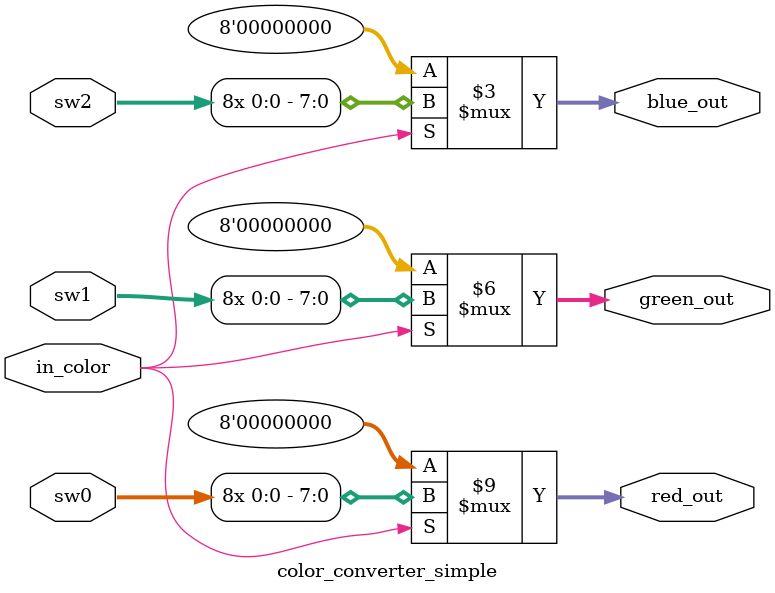
<source format=v>

module color_converter_simple (
  input sw0, sw1, sw2,
  input in_color,
  output reg [7:0] red_out, green_out, blue_out
);

always @(*) 
begin
    if(in_color)
        begin
            red_out   <= {sw0, sw0, sw0, sw0, sw0, sw0, sw0, sw0};
            green_out <= {sw1, sw1, sw1, sw1, sw1, sw1, sw1, sw1};
            blue_out  <= {sw2, sw2, sw2, sw2, sw2, sw2, sw2, sw2};
        end
    else 
        begin
            red_out   <= 0;
            green_out <= 0;
            blue_out  <= 0;
        end
end

endmodule 
</source>
